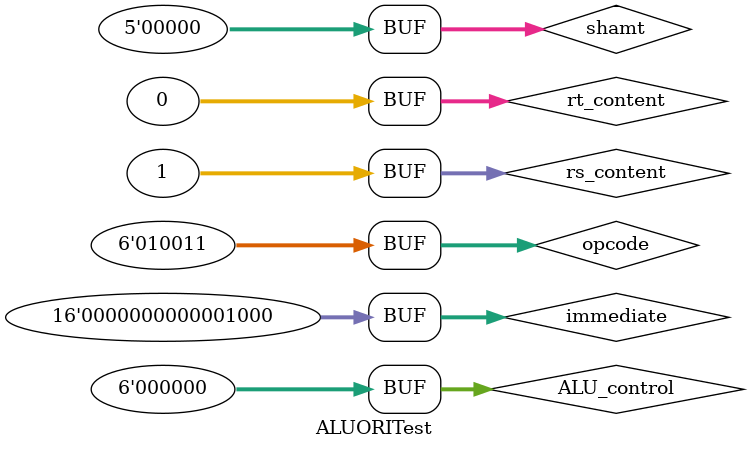
<source format=v>
`timescale 1ns / 1ps


module ALUORITest;

	// Inputs
	reg [5:0] opcode;
	reg [31:0] rs_content;
	reg [31:0] rt_content;
	reg [4:0] shamt;
	reg [5:0] ALU_control;
	reg [15:0] immediate;

	// Outputs
	wire [31:0] ALU_result;
	wire sig_branch;

	// Instantiate the Unit Under Test (UUT)
	ALU uut (
		.ALU_result(ALU_result), 
		.sig_branch(sig_branch), 
		.opcode(opcode), 
		.rs_content(rs_content), 
		.rt_content(rt_content), 
		.shamt(shamt), 
		.ALU_control(ALU_control), 
		.immediate(immediate)
	);

	initial begin
		// Initialize Inputs
		opcode = 0;
		rs_content = 0;
		rt_content = 0;
		shamt = 0;
		ALU_control = 0;
		immediate = 0;

		// Wait 100 ns for global reset to finish
		#100;
        
		// Add stimulus here

		// 1001 | 1001 = 1001
		opcode = 6'b010011;
		rs_content = 32'b1001;
		rt_content = 0;
		shamt = 0;
		ALU_control = 0;
		immediate = 16'b1001;
		#100;
		
		// 1110 | 1111 = 1111
		opcode = 6'b010011;
		rs_content = 32'b1110;
		rt_content = 0;
		shamt = 0;
		ALU_control = 0;
		immediate = 16'b1111;
		#100;
		
		// 0001 | 1000 = 1001
		opcode = 6'b010011;
		rs_content = 32'b0001;
		rt_content = 0;
		shamt = 0;
		ALU_control = 0;
		immediate = 16'b1000;
		#100;
		
	end
      
endmodule


</source>
